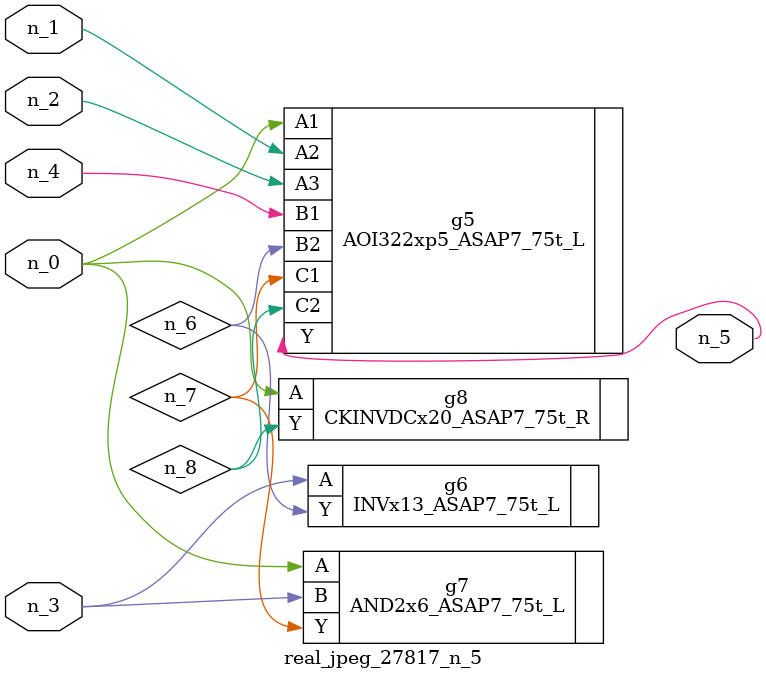
<source format=v>
module real_jpeg_27817_n_5 (n_4, n_0, n_1, n_2, n_3, n_5);

input n_4;
input n_0;
input n_1;
input n_2;
input n_3;

output n_5;

wire n_8;
wire n_6;
wire n_7;

AOI322xp5_ASAP7_75t_L g5 ( 
.A1(n_0),
.A2(n_1),
.A3(n_2),
.B1(n_4),
.B2(n_6),
.C1(n_7),
.C2(n_8),
.Y(n_5)
);

AND2x6_ASAP7_75t_L g7 ( 
.A(n_0),
.B(n_3),
.Y(n_7)
);

CKINVDCx20_ASAP7_75t_R g8 ( 
.A(n_0),
.Y(n_8)
);

INVx13_ASAP7_75t_L g6 ( 
.A(n_3),
.Y(n_6)
);


endmodule
</source>
